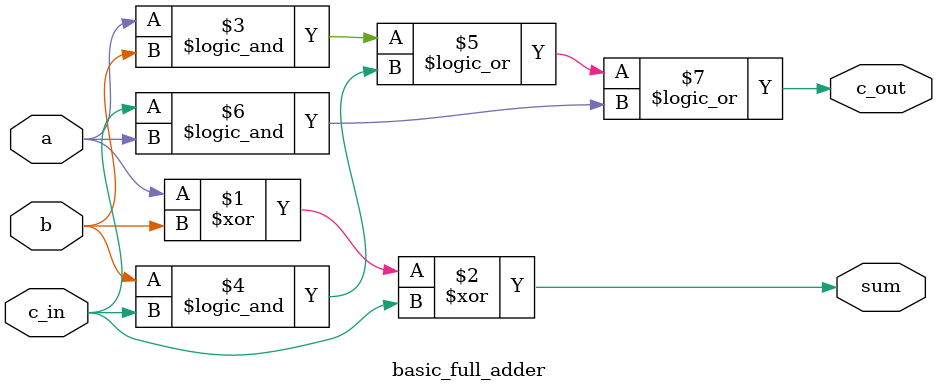
<source format=sv>
module basic_full_adder (
  input  logic a,
  input  logic b,
  input  logic c_in,
  output logic sum,
  output logic c_out
);
  
  assign sum   = a ^ b ^ c_in;
  assign c_out = (a && b) || (b && c_in) || (c_in && a);
  
endmodule

</source>
